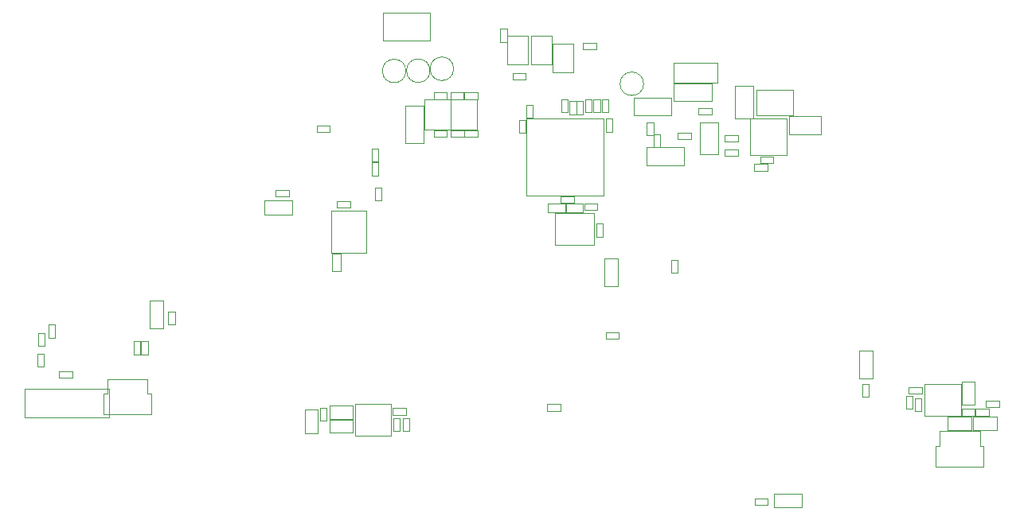
<source format=gbr>
G04 #@! TF.GenerationSoftware,KiCad,Pcbnew,8.0.2*
G04 #@! TF.CreationDate,2025-02-05T20:19:13-08:00*
G04 #@! TF.ProjectId,progcc_3.3_main,70726f67-6363-45f3-932e-335f6d61696e,1*
G04 #@! TF.SameCoordinates,Original*
G04 #@! TF.FileFunction,Other,User*
%FSLAX46Y46*%
G04 Gerber Fmt 4.6, Leading zero omitted, Abs format (unit mm)*
G04 Created by KiCad (PCBNEW 8.0.2) date 2025-02-05 20:19:13*
%MOMM*%
%LPD*%
G01*
G04 APERTURE LIST*
%ADD10C,0.050000*%
%ADD11C,0.100000*%
G04 APERTURE END LIST*
D10*
X84980000Y-136930000D02*
X86380000Y-136930000D01*
X84980000Y-137630000D02*
X84980000Y-136930000D01*
X86380000Y-136930000D02*
X86380000Y-137630000D01*
X86380000Y-137630000D02*
X84980000Y-137630000D01*
X162570000Y-109790000D02*
X165970000Y-109790000D01*
X162570000Y-111750000D02*
X162570000Y-109790000D01*
X165970000Y-109790000D02*
X165970000Y-111750000D01*
X165970000Y-111750000D02*
X162570000Y-111750000D01*
X139261100Y-108163094D02*
X139961100Y-108163094D01*
X139261100Y-109563094D02*
X139261100Y-108163094D01*
X139961100Y-108163094D02*
X139961100Y-109563094D01*
X139961100Y-109563094D02*
X139261100Y-109563094D01*
X179471000Y-141794000D02*
X181971000Y-141794000D01*
X179471000Y-143194000D02*
X179471000Y-141794000D01*
X181971000Y-141794000D02*
X181971000Y-143194000D01*
X181971000Y-143194000D02*
X179471000Y-143194000D01*
X118550000Y-117350000D02*
X119250000Y-117350000D01*
X118550000Y-118750000D02*
X118550000Y-117350000D01*
X119250000Y-117350000D02*
X119250000Y-118750000D01*
X119250000Y-118750000D02*
X118550000Y-118750000D01*
X155740000Y-113320000D02*
X157140000Y-113320000D01*
X155740000Y-114020000D02*
X155740000Y-113320000D01*
X157140000Y-113320000D02*
X157140000Y-114020000D01*
X157140000Y-114020000D02*
X155740000Y-114020000D01*
X153100000Y-110420000D02*
X155060000Y-110420000D01*
X153100000Y-113820000D02*
X153100000Y-110420000D01*
X155060000Y-110420000D02*
X155060000Y-113820000D01*
X155060000Y-113820000D02*
X153100000Y-113820000D01*
X170389623Y-138268477D02*
X171089623Y-138268477D01*
X170389623Y-139668477D02*
X170389623Y-138268477D01*
X171089623Y-138268477D02*
X171089623Y-139668477D01*
X171089623Y-139668477D02*
X170389623Y-139668477D01*
X94587457Y-129400391D02*
X96047457Y-129400391D01*
X94587457Y-132360391D02*
X94587457Y-129400391D01*
X96047457Y-129400391D02*
X96047457Y-132360391D01*
X96047457Y-132360391D02*
X94587457Y-132360391D01*
X123796600Y-111206100D02*
X123796600Y-108006100D01*
X123796600Y-111206100D02*
X126596600Y-111206100D01*
X126596600Y-108006100D02*
X123796600Y-108006100D01*
X126596600Y-111206100D02*
X126596600Y-108006100D01*
X150068800Y-125080800D02*
X150768800Y-125080800D01*
X150068800Y-126480800D02*
X150068800Y-125080800D01*
X150768800Y-125080800D02*
X150768800Y-126480800D01*
X150768800Y-126480800D02*
X150068800Y-126480800D01*
X113735800Y-142073400D02*
X116235800Y-142073400D01*
X113735800Y-143473400D02*
X113735800Y-142073400D01*
X116235800Y-142073400D02*
X116235800Y-143473400D01*
X116235800Y-143473400D02*
X113735800Y-143473400D01*
X120458000Y-140874000D02*
X121858000Y-140874000D01*
X120458000Y-141574000D02*
X120458000Y-140874000D01*
X121858000Y-140874000D02*
X121858000Y-141574000D01*
X121858000Y-141574000D02*
X120458000Y-141574000D01*
X160970004Y-149968757D02*
X163930004Y-149968757D01*
X160970004Y-151428757D02*
X160970004Y-149968757D01*
X163930004Y-149968757D02*
X163930004Y-151428757D01*
X163930004Y-151428757D02*
X160970004Y-151428757D01*
X146102626Y-109696930D02*
X146102626Y-107796930D01*
X150102626Y-107796930D02*
X146102626Y-107796930D01*
X150102626Y-109696930D02*
X146102626Y-109696930D01*
X150102626Y-109696930D02*
X150102626Y-107796930D01*
X126640800Y-111262700D02*
X128040800Y-111262700D01*
X126640800Y-111962700D02*
X126640800Y-111262700D01*
X128040800Y-111262700D02*
X128040800Y-111962700D01*
X128040800Y-111962700D02*
X126640800Y-111962700D01*
X183551600Y-140061200D02*
X184951600Y-140061200D01*
X183551600Y-140761200D02*
X183551600Y-140061200D01*
X184951600Y-140061200D02*
X184951600Y-140761200D01*
X184951600Y-140761200D02*
X183551600Y-140761200D01*
X133200000Y-105200000D02*
X134600000Y-105200000D01*
X133200000Y-105900000D02*
X133200000Y-105200000D01*
X134600000Y-105200000D02*
X134600000Y-105900000D01*
X134600000Y-105900000D02*
X133200000Y-105900000D01*
X112705400Y-140828800D02*
X113405400Y-140828800D01*
X112705400Y-142228800D02*
X112705400Y-140828800D01*
X113405400Y-140828800D02*
X113405400Y-142228800D01*
X113405400Y-142228800D02*
X112705400Y-142228800D01*
X134665700Y-109988094D02*
X134665700Y-118228094D01*
X134665700Y-118228094D02*
X142905700Y-118228094D01*
X142905700Y-109988094D02*
X134665700Y-109988094D01*
X142905700Y-118228094D02*
X142905700Y-109988094D01*
X137450000Y-102100000D02*
X137450000Y-105100000D01*
X137450000Y-105100000D02*
X139650000Y-105100000D01*
X139650000Y-102100000D02*
X137450000Y-102100000D01*
X139650000Y-102100000D02*
X139650000Y-105100000D01*
X147122200Y-106324400D02*
G75*
G02*
X144622200Y-106324400I-1250000J0D01*
G01*
X144622200Y-106324400D02*
G75*
G02*
X147122200Y-106324400I1250000J0D01*
G01*
X141801100Y-107957294D02*
X142501100Y-107957294D01*
X141801100Y-109357294D02*
X141801100Y-107957294D01*
X142501100Y-107957294D02*
X142501100Y-109357294D01*
X142501100Y-109357294D02*
X141801100Y-109357294D01*
X124826800Y-111262700D02*
X126226800Y-111262700D01*
X124826800Y-111962700D02*
X124826800Y-111262700D01*
X126226800Y-111262700D02*
X126226800Y-111962700D01*
X126226800Y-111962700D02*
X124826800Y-111962700D01*
X147450000Y-113100000D02*
X147450000Y-115000000D01*
X147450000Y-113100000D02*
X151450000Y-113100000D01*
X147450000Y-115000000D02*
X151450000Y-115000000D01*
X151450000Y-113100000D02*
X151450000Y-115000000D01*
X175062400Y-139558800D02*
X175762400Y-139558800D01*
X175062400Y-140958800D02*
X175062400Y-139558800D01*
X175762400Y-139558800D02*
X175762400Y-140958800D01*
X175762400Y-140958800D02*
X175062400Y-140958800D01*
X135162500Y-104250000D02*
X135162500Y-101250000D01*
X135162500Y-104250000D02*
X137362500Y-104250000D01*
X137362500Y-101250000D02*
X135162500Y-101250000D01*
X137362500Y-104250000D02*
X137362500Y-101250000D01*
X150349200Y-108188800D02*
X150349200Y-106288800D01*
X154349200Y-106288800D02*
X150349200Y-106288800D01*
X154349200Y-108188800D02*
X150349200Y-108188800D01*
X154349200Y-108188800D02*
X154349200Y-106288800D01*
X182188800Y-141794000D02*
X184688800Y-141794000D01*
X182188800Y-143194000D02*
X182188800Y-141794000D01*
X184688800Y-141794000D02*
X184688800Y-143194000D01*
X184688800Y-143194000D02*
X182188800Y-143194000D01*
X114040000Y-124440000D02*
X114960000Y-124440000D01*
X114040000Y-126260000D02*
X114040000Y-124440000D01*
X114960000Y-124440000D02*
X114960000Y-126260000D01*
X114960000Y-126260000D02*
X114040000Y-126260000D01*
X133901700Y-110144294D02*
X134601700Y-110144294D01*
X133901700Y-111544294D02*
X133901700Y-110144294D01*
X134601700Y-110144294D02*
X134601700Y-111544294D01*
X134601700Y-111544294D02*
X133901700Y-111544294D01*
X177023000Y-138265300D02*
X177023000Y-141665300D01*
X177023000Y-141665300D02*
X180863000Y-141665300D01*
X180863000Y-138265300D02*
X177023000Y-138265300D01*
X180863000Y-141665300D02*
X180863000Y-138265300D01*
X124414600Y-104927400D02*
G75*
G02*
X121914600Y-104927400I-1250000J0D01*
G01*
X121914600Y-104927400D02*
G75*
G02*
X124414600Y-104927400I1250000J0D01*
G01*
X124801400Y-107249500D02*
X126201400Y-107249500D01*
X124801400Y-107949500D02*
X124801400Y-107249500D01*
X126201400Y-107249500D02*
X126201400Y-107949500D01*
X126201400Y-107949500D02*
X124801400Y-107949500D01*
X175976800Y-139787400D02*
X176676800Y-139787400D01*
X175976800Y-141187400D02*
X175976800Y-139787400D01*
X176676800Y-139787400D02*
X176676800Y-141187400D01*
X176676800Y-141187400D02*
X175976800Y-141187400D01*
X92918800Y-133742200D02*
X93618800Y-133742200D01*
X92918800Y-135142200D02*
X92918800Y-133742200D01*
X93618800Y-133742200D02*
X93618800Y-135142200D01*
X93618800Y-135142200D02*
X92918800Y-135142200D01*
X120503200Y-141895600D02*
X121203200Y-141895600D01*
X120503200Y-143295600D02*
X120503200Y-141895600D01*
X121203200Y-141895600D02*
X121203200Y-143295600D01*
X121203200Y-143295600D02*
X120503200Y-143295600D01*
X158450000Y-110050000D02*
X158450000Y-113950000D01*
X162350000Y-110050000D02*
X158450000Y-110050000D01*
X162350000Y-110050000D02*
X162350000Y-113950000D01*
X162350000Y-113950000D02*
X158450000Y-113950000D01*
X155740000Y-111790000D02*
X157140000Y-111790000D01*
X155740000Y-112490000D02*
X155740000Y-111790000D01*
X157140000Y-111790000D02*
X157140000Y-112490000D01*
X157140000Y-112490000D02*
X155740000Y-112490000D01*
X114546855Y-118794024D02*
X115946855Y-118794024D01*
X114546855Y-119494024D02*
X114546855Y-118794024D01*
X115946855Y-118794024D02*
X115946855Y-119494024D01*
X115946855Y-119494024D02*
X114546855Y-119494024D01*
X139972300Y-108163094D02*
X140672300Y-108163094D01*
X139972300Y-109563094D02*
X139972300Y-108163094D01*
X140672300Y-108163094D02*
X140672300Y-109563094D01*
X140672300Y-109563094D02*
X139972300Y-109563094D01*
X93706200Y-133742200D02*
X94406200Y-133742200D01*
X93706200Y-135142200D02*
X93706200Y-133742200D01*
X94406200Y-133742200D02*
X94406200Y-135142200D01*
X94406200Y-135142200D02*
X93706200Y-135142200D01*
X89690000Y-139345000D02*
X89690000Y-141545000D01*
X89690000Y-141545000D02*
X94790000Y-141545000D01*
X90090000Y-137745000D02*
X90090000Y-139345000D01*
X90090000Y-139345000D02*
X89690000Y-139345000D01*
X94390000Y-137745000D02*
X90090000Y-137745000D01*
X94390000Y-139345000D02*
X94390000Y-137745000D01*
X94790000Y-139345000D02*
X94390000Y-139345000D01*
X94790000Y-141545000D02*
X94790000Y-139345000D01*
X106801309Y-118767056D02*
X109761309Y-118767056D01*
X106801309Y-120227056D02*
X106801309Y-118767056D01*
X109761309Y-118767056D02*
X109761309Y-120227056D01*
X109761309Y-120227056D02*
X106801309Y-120227056D01*
X178180000Y-144905000D02*
X178180000Y-147105000D01*
X178180000Y-147105000D02*
X183280000Y-147105000D01*
X178580000Y-143305000D02*
X178580000Y-144905000D01*
X178580000Y-144905000D02*
X178180000Y-144905000D01*
X182880000Y-143305000D02*
X178580000Y-143305000D01*
X182880000Y-144905000D02*
X182880000Y-143305000D01*
X183280000Y-144905000D02*
X182880000Y-144905000D01*
X183280000Y-147105000D02*
X183280000Y-144905000D01*
X150354000Y-104080600D02*
X154954000Y-104080600D01*
X150354000Y-106180600D02*
X150354000Y-104080600D01*
X154954000Y-104080600D02*
X154954000Y-106180600D01*
X154954000Y-106180600D02*
X150354000Y-106180600D01*
X142110000Y-121230000D02*
X142810000Y-121230000D01*
X142110000Y-122630000D02*
X142110000Y-121230000D01*
X142810000Y-121230000D02*
X142810000Y-122630000D01*
X142810000Y-122630000D02*
X142110000Y-122630000D01*
X81310000Y-138810000D02*
X81310000Y-141810000D01*
X81310000Y-141810000D02*
X90310000Y-141810000D01*
X90310000Y-138810000D02*
X81310000Y-138810000D01*
X90310000Y-141810000D02*
X90310000Y-138810000D01*
X134625600Y-108544094D02*
X135325600Y-108544094D01*
X134625600Y-109944094D02*
X134625600Y-108544094D01*
X135325600Y-108544094D02*
X135325600Y-109944094D01*
X135325600Y-109944094D02*
X134625600Y-109944094D01*
X137690000Y-120100000D02*
X137690000Y-123500000D01*
X137690000Y-123500000D02*
X141890000Y-123500000D01*
X141890000Y-120100000D02*
X137690000Y-120100000D01*
X141890000Y-123500000D02*
X141890000Y-120100000D01*
X143100000Y-132800000D02*
X144500000Y-132800000D01*
X143100000Y-133500000D02*
X143100000Y-132800000D01*
X144500000Y-132800000D02*
X144500000Y-133500000D01*
X144500000Y-133500000D02*
X143100000Y-133500000D01*
X143121900Y-110017294D02*
X143821900Y-110017294D01*
X143121900Y-111417294D02*
X143121900Y-110017294D01*
X143821900Y-110017294D02*
X143821900Y-111417294D01*
X143821900Y-111417294D02*
X143121900Y-111417294D01*
X170008456Y-134734581D02*
X171468456Y-134734581D01*
X170008456Y-137694581D02*
X170008456Y-134734581D01*
X171468456Y-134734581D02*
X171468456Y-137694581D01*
X171468456Y-137694581D02*
X170008456Y-137694581D01*
X136980000Y-119080000D02*
X138800000Y-119080000D01*
X136980000Y-120000000D02*
X136980000Y-119080000D01*
X138800000Y-119080000D02*
X138800000Y-120000000D01*
X138800000Y-120000000D02*
X136980000Y-120000000D01*
X83825600Y-131949400D02*
X84525600Y-131949400D01*
X83825600Y-133349400D02*
X83825600Y-131949400D01*
X84525600Y-131949400D02*
X84525600Y-133349400D01*
X84525600Y-133349400D02*
X83825600Y-133349400D01*
X126641400Y-111206100D02*
X126641400Y-108006100D01*
X126641400Y-111206100D02*
X129441400Y-111206100D01*
X129441400Y-108006100D02*
X126641400Y-108006100D01*
X129441400Y-111206100D02*
X129441400Y-108006100D01*
X158945629Y-150497756D02*
X160345629Y-150497756D01*
X158945629Y-151197756D02*
X158945629Y-150497756D01*
X160345629Y-150497756D02*
X160345629Y-151197756D01*
X160345629Y-151197756D02*
X158945629Y-151197756D01*
X118200000Y-114700000D02*
X118900000Y-114700000D01*
X118200000Y-116100000D02*
X118200000Y-114700000D01*
X118900000Y-114700000D02*
X118900000Y-116100000D01*
X118900000Y-116100000D02*
X118200000Y-116100000D01*
X136900000Y-140450000D02*
X138300000Y-140450000D01*
X136900000Y-141150000D02*
X136900000Y-140450000D01*
X138300000Y-140450000D02*
X138300000Y-141150000D01*
X138300000Y-141150000D02*
X136900000Y-141150000D01*
X148220432Y-111673571D02*
X148920432Y-111673571D01*
X148220432Y-113073571D02*
X148220432Y-111673571D01*
X148920432Y-111673571D02*
X148920432Y-113073571D01*
X148920432Y-113073571D02*
X148220432Y-113073571D01*
X180935400Y-140950200D02*
X182335400Y-140950200D01*
X180935400Y-141650200D02*
X180935400Y-140950200D01*
X182335400Y-140950200D02*
X182335400Y-141650200D01*
X182335400Y-141650200D02*
X180935400Y-141650200D01*
X107985401Y-117627059D02*
X109385401Y-117627059D01*
X107985401Y-118327059D02*
X107985401Y-117627059D01*
X109385401Y-117627059D02*
X109385401Y-118327059D01*
X109385401Y-118327059D02*
X107985401Y-118327059D01*
X112350000Y-110750000D02*
X113750000Y-110750000D01*
X112350000Y-111450000D02*
X112350000Y-110750000D01*
X113750000Y-110750000D02*
X113750000Y-111450000D01*
X113750000Y-111450000D02*
X112350000Y-111450000D01*
X142715500Y-107957294D02*
X143415500Y-107957294D01*
X142715500Y-109357294D02*
X142715500Y-107957294D01*
X143415500Y-107957294D02*
X143415500Y-109357294D01*
X143415500Y-109357294D02*
X142715500Y-109357294D01*
X152973200Y-108924000D02*
X154373200Y-108924000D01*
X152973200Y-109624000D02*
X152973200Y-108924000D01*
X154373200Y-108924000D02*
X154373200Y-109624000D01*
X154373200Y-109624000D02*
X152973200Y-109624000D01*
X140820000Y-119070000D02*
X142220000Y-119070000D01*
X140820000Y-119770000D02*
X140820000Y-119070000D01*
X142220000Y-119070000D02*
X142220000Y-119770000D01*
X142220000Y-119770000D02*
X140820000Y-119770000D01*
D11*
X113900000Y-119800000D02*
X117600000Y-119800000D01*
X113900000Y-124300000D02*
X113900000Y-119800000D01*
X117600000Y-119800000D02*
X117600000Y-124300000D01*
X117600000Y-124300000D02*
X113900000Y-124300000D01*
D10*
X116444000Y-140438400D02*
X116444000Y-143838400D01*
X116444000Y-143838400D02*
X120284000Y-143838400D01*
X120284000Y-140438400D02*
X116444000Y-140438400D01*
X120284000Y-143838400D02*
X120284000Y-140438400D01*
X182408600Y-140950200D02*
X183808600Y-140950200D01*
X182408600Y-141650200D02*
X182408600Y-140950200D01*
X183808600Y-140950200D02*
X183808600Y-141650200D01*
X183808600Y-141650200D02*
X182408600Y-141650200D01*
X138397500Y-107959894D02*
X139097500Y-107959894D01*
X138397500Y-109359894D02*
X138397500Y-107959894D01*
X139097500Y-107959894D02*
X139097500Y-109359894D01*
X139097500Y-109359894D02*
X138397500Y-109359894D01*
X119420000Y-98728400D02*
X119420000Y-101728400D01*
X119420000Y-101728400D02*
X124420000Y-101728400D01*
X124420000Y-98728400D02*
X119420000Y-98728400D01*
X124420000Y-101728400D02*
X124420000Y-98728400D01*
X118200000Y-113200000D02*
X118900000Y-113200000D01*
X118200000Y-114600000D02*
X118200000Y-113200000D01*
X118900000Y-113200000D02*
X118900000Y-114600000D01*
X118900000Y-114600000D02*
X118200000Y-114600000D01*
X138860000Y-119080000D02*
X140680000Y-119080000D01*
X138860000Y-120000000D02*
X138860000Y-119080000D01*
X140680000Y-119080000D02*
X140680000Y-120000000D01*
X140680000Y-120000000D02*
X138860000Y-120000000D01*
X121849200Y-104952800D02*
G75*
G02*
X119349200Y-104952800I-1250000J0D01*
G01*
X119349200Y-104952800D02*
G75*
G02*
X121849200Y-104952800I1250000J0D01*
G01*
X140886700Y-107959894D02*
X141586700Y-107959894D01*
X140886700Y-109359894D02*
X140886700Y-107959894D01*
X141586700Y-107959894D02*
X141586700Y-109359894D01*
X141586700Y-109359894D02*
X140886700Y-109359894D01*
X126929200Y-104724200D02*
G75*
G02*
X124429200Y-104724200I-1250000J0D01*
G01*
X124429200Y-104724200D02*
G75*
G02*
X126929200Y-104724200I1250000J0D01*
G01*
X82725375Y-132849089D02*
X83425375Y-132849089D01*
X82725375Y-134249089D02*
X82725375Y-132849089D01*
X83425375Y-132849089D02*
X83425375Y-134249089D01*
X83425375Y-134249089D02*
X82725375Y-134249089D01*
X126604800Y-107249500D02*
X128004800Y-107249500D01*
X126604800Y-107949500D02*
X126604800Y-107249500D01*
X128004800Y-107249500D02*
X128004800Y-107949500D01*
X128004800Y-107949500D02*
X126604800Y-107949500D01*
X180935400Y-138018200D02*
X182335400Y-138018200D01*
X180935400Y-140518200D02*
X180935400Y-138018200D01*
X182335400Y-138018200D02*
X182335400Y-140518200D01*
X182335400Y-140518200D02*
X180935400Y-140518200D01*
X113735800Y-140600200D02*
X116235800Y-140600200D01*
X113735800Y-142000200D02*
X113735800Y-140600200D01*
X116235800Y-140600200D02*
X116235800Y-142000200D01*
X116235800Y-142000200D02*
X113735800Y-142000200D01*
X128052600Y-107249500D02*
X129452600Y-107249500D01*
X128052600Y-107949500D02*
X128052600Y-107249500D01*
X129452600Y-107249500D02*
X129452600Y-107949500D01*
X129452600Y-107949500D02*
X128052600Y-107949500D01*
X138330000Y-118280000D02*
X139730000Y-118280000D01*
X138330000Y-118980000D02*
X138330000Y-118280000D01*
X139730000Y-118280000D02*
X139730000Y-118980000D01*
X139730000Y-118980000D02*
X138330000Y-118980000D01*
X96583652Y-130552363D02*
X97283652Y-130552363D01*
X96583652Y-131952363D02*
X96583652Y-130552363D01*
X97283652Y-130552363D02*
X97283652Y-131952363D01*
X97283652Y-131952363D02*
X96583652Y-131952363D01*
X111085400Y-141040800D02*
X112485400Y-141040800D01*
X111085400Y-143540800D02*
X111085400Y-141040800D01*
X112485400Y-141040800D02*
X112485400Y-143540800D01*
X112485400Y-143540800D02*
X111085400Y-143540800D01*
X128063200Y-111262700D02*
X129463200Y-111262700D01*
X128063200Y-111962700D02*
X128063200Y-111262700D01*
X129463200Y-111262700D02*
X129463200Y-111962700D01*
X129463200Y-111962700D02*
X128063200Y-111962700D01*
X150763400Y-111514800D02*
X152163400Y-111514800D01*
X150763400Y-112214800D02*
X150763400Y-111514800D01*
X152163400Y-111514800D02*
X152163400Y-112214800D01*
X152163400Y-112214800D02*
X150763400Y-112214800D01*
X132650000Y-104250000D02*
X132650000Y-101250000D01*
X132650000Y-104250000D02*
X134850000Y-104250000D01*
X134850000Y-101250000D02*
X132650000Y-101250000D01*
X134850000Y-104250000D02*
X134850000Y-101250000D01*
X159140000Y-106990000D02*
X163040000Y-106990000D01*
X159140000Y-109690000D02*
X159140000Y-106990000D01*
X163040000Y-106990000D02*
X163040000Y-109690000D01*
X163040000Y-109690000D02*
X159140000Y-109690000D01*
X131900000Y-100450000D02*
X132600000Y-100450000D01*
X131900000Y-101850000D02*
X131900000Y-100450000D01*
X132600000Y-100450000D02*
X132600000Y-101850000D01*
X132600000Y-101850000D02*
X131900000Y-101850000D01*
X159518077Y-114052950D02*
X160918077Y-114052950D01*
X159518077Y-114752950D02*
X159518077Y-114052950D01*
X160918077Y-114052950D02*
X160918077Y-114752950D01*
X160918077Y-114752950D02*
X159518077Y-114752950D01*
X121808200Y-108642400D02*
X121808200Y-112642400D01*
X123708200Y-108642400D02*
X121808200Y-108642400D01*
X123708200Y-108642400D02*
X123708200Y-112642400D01*
X123708200Y-112642400D02*
X121808200Y-112642400D01*
X82653941Y-135059076D02*
X83353941Y-135059076D01*
X82653941Y-136459076D02*
X82653941Y-135059076D01*
X83353941Y-135059076D02*
X83353941Y-136459076D01*
X83353941Y-136459076D02*
X82653941Y-136459076D01*
X158878348Y-114864226D02*
X160278348Y-114864226D01*
X158878348Y-115564226D02*
X158878348Y-114864226D01*
X160278348Y-114864226D02*
X160278348Y-115564226D01*
X160278348Y-115564226D02*
X158878348Y-115564226D01*
X121544600Y-141895600D02*
X122244600Y-141895600D01*
X121544600Y-143295600D02*
X121544600Y-141895600D01*
X122244600Y-141895600D02*
X122244600Y-143295600D01*
X122244600Y-143295600D02*
X121544600Y-143295600D01*
X175296600Y-138638800D02*
X176696600Y-138638800D01*
X175296600Y-139338800D02*
X175296600Y-138638800D01*
X176696600Y-138638800D02*
X176696600Y-139338800D01*
X176696600Y-139338800D02*
X175296600Y-139338800D01*
X156802026Y-106574670D02*
X158762026Y-106574670D01*
X156802026Y-109974670D02*
X156802026Y-106574670D01*
X158762026Y-106574670D02*
X158762026Y-109974670D01*
X158762026Y-109974670D02*
X156802026Y-109974670D01*
X140676400Y-101961200D02*
X142076400Y-101961200D01*
X140676400Y-102661200D02*
X140676400Y-101961200D01*
X142076400Y-101961200D02*
X142076400Y-102661200D01*
X142076400Y-102661200D02*
X140676400Y-102661200D01*
X142920000Y-124920000D02*
X144380000Y-124920000D01*
X142920000Y-127880000D02*
X142920000Y-124920000D01*
X144380000Y-124920000D02*
X144380000Y-127880000D01*
X144380000Y-127880000D02*
X142920000Y-127880000D01*
X147465723Y-110428301D02*
X148165723Y-110428301D01*
X147465723Y-111828301D02*
X147465723Y-110428301D01*
X148165723Y-110428301D02*
X148165723Y-111828301D01*
X148165723Y-111828301D02*
X147465723Y-111828301D01*
M02*

</source>
